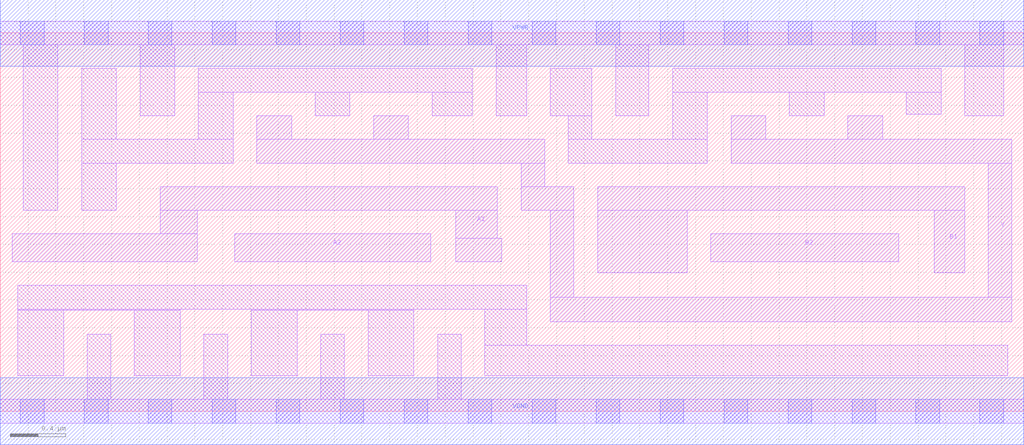
<source format=lef>
# Copyright 2020 The SkyWater PDK Authors
#
# Licensed under the Apache License, Version 2.0 (the "License");
# you may not use this file except in compliance with the License.
# You may obtain a copy of the License at
#
#     https://www.apache.org/licenses/LICENSE-2.0
#
# Unless required by applicable law or agreed to in writing, software
# distributed under the License is distributed on an "AS IS" BASIS,
# WITHOUT WARRANTIES OR CONDITIONS OF ANY KIND, either express or implied.
# See the License for the specific language governing permissions and
# limitations under the License.
#
# SPDX-License-Identifier: Apache-2.0

VERSION 5.7 ;
  NOWIREEXTENSIONATPIN ON ;
  DIVIDERCHAR "/" ;
  BUSBITCHARS "[]" ;
UNITS
  DATABASE MICRONS 200 ;
END UNITS
MACRO sky130_fd_sc_hd__o22ai_4
  CLASS CORE ;
  FOREIGN sky130_fd_sc_hd__o22ai_4 ;
  ORIGIN  0.000000  0.000000 ;
  SIZE  7.360000 BY  2.720000 ;
  SYMMETRY X Y R90 ;
  SITE unithd ;
  PIN A1
    ANTENNAGATEAREA  0.990000 ;
    DIRECTION INPUT ;
    USE SIGNAL ;
    PORT
      LAYER li1 ;
        RECT 0.085000 1.075000 1.415000 1.275000 ;
        RECT 1.150000 1.275000 1.415000 1.445000 ;
        RECT 1.150000 1.445000 3.575000 1.615000 ;
        RECT 3.275000 1.075000 3.605000 1.245000 ;
        RECT 3.275000 1.245000 3.575000 1.445000 ;
    END
  END A1
  PIN A2
    ANTENNAGATEAREA  0.990000 ;
    DIRECTION INPUT ;
    USE SIGNAL ;
    PORT
      LAYER li1 ;
        RECT 1.685000 1.075000 3.095000 1.275000 ;
    END
  END A2
  PIN B1
    ANTENNAGATEAREA  0.990000 ;
    DIRECTION INPUT ;
    USE SIGNAL ;
    PORT
      LAYER li1 ;
        RECT 4.295000 0.995000 4.940000 1.445000 ;
        RECT 4.295000 1.445000 6.935000 1.615000 ;
        RECT 6.715000 0.995000 6.935000 1.445000 ;
    END
  END B1
  PIN B2
    ANTENNAGATEAREA  0.990000 ;
    DIRECTION INPUT ;
    USE SIGNAL ;
    PORT
      LAYER li1 ;
        RECT 5.110000 1.075000 6.460000 1.275000 ;
    END
  END B2
  PIN Y
    ANTENNADIFFAREA  1.782000 ;
    DIRECTION OUTPUT ;
    USE SIGNAL ;
    PORT
      LAYER li1 ;
        RECT 1.845000 1.785000 3.915000 1.955000 ;
        RECT 1.845000 1.955000 2.095000 2.125000 ;
        RECT 2.685000 1.955000 2.935000 2.125000 ;
        RECT 3.745000 1.445000 4.125000 1.615000 ;
        RECT 3.745000 1.615000 3.915000 1.785000 ;
        RECT 3.955000 0.645000 7.275000 0.820000 ;
        RECT 3.955000 0.820000 4.125000 1.445000 ;
        RECT 5.255000 1.785000 7.275000 1.955000 ;
        RECT 5.255000 1.955000 5.505000 2.125000 ;
        RECT 6.095000 1.955000 6.345000 2.125000 ;
        RECT 7.105000 0.820000 7.275000 1.785000 ;
    END
  END Y
  PIN VGND
    DIRECTION INOUT ;
    SHAPE ABUTMENT ;
    USE GROUND ;
    PORT
      LAYER met1 ;
        RECT 0.000000 -0.240000 7.360000 0.240000 ;
    END
  END VGND
  PIN VPWR
    DIRECTION INOUT ;
    SHAPE ABUTMENT ;
    USE POWER ;
    PORT
      LAYER met1 ;
        RECT 0.000000 2.480000 7.360000 2.960000 ;
    END
  END VPWR
  OBS
    LAYER li1 ;
      RECT 0.000000 -0.085000 7.360000 0.085000 ;
      RECT 0.000000  2.635000 7.360000 2.805000 ;
      RECT 0.125000  0.255000 0.455000 0.725000 ;
      RECT 0.125000  0.725000 1.295000 0.735000 ;
      RECT 0.125000  0.735000 3.785000 0.905000 ;
      RECT 0.165000  1.445000 0.415000 2.635000 ;
      RECT 0.585000  1.445000 0.835000 1.785000 ;
      RECT 0.585000  1.785000 1.675000 1.955000 ;
      RECT 0.585000  1.955000 0.835000 2.465000 ;
      RECT 0.625000  0.085000 0.795000 0.555000 ;
      RECT 0.965000  0.255000 1.295000 0.725000 ;
      RECT 1.005000  2.125000 1.255000 2.635000 ;
      RECT 1.425000  1.955000 1.675000 2.295000 ;
      RECT 1.425000  2.295000 3.395000 2.465000 ;
      RECT 1.465000  0.085000 1.635000 0.555000 ;
      RECT 1.805000  0.255000 2.135000 0.725000 ;
      RECT 1.805000  0.725000 2.975000 0.735000 ;
      RECT 2.265000  2.125000 2.515000 2.295000 ;
      RECT 2.305000  0.085000 2.475000 0.555000 ;
      RECT 2.645000  0.255000 2.975000 0.725000 ;
      RECT 3.105000  2.125000 3.395000 2.295000 ;
      RECT 3.145000  0.085000 3.315000 0.555000 ;
      RECT 3.485000  0.255000 7.245000 0.475000 ;
      RECT 3.485000  0.475000 3.785000 0.735000 ;
      RECT 3.565000  2.125000 3.785000 2.635000 ;
      RECT 3.955000  2.125000 4.255000 2.465000 ;
      RECT 4.085000  1.785000 5.085000 1.955000 ;
      RECT 4.085000  1.955000 4.255000 2.125000 ;
      RECT 4.425000  2.125000 4.665000 2.635000 ;
      RECT 4.835000  1.955000 5.085000 2.295000 ;
      RECT 4.835000  2.295000 6.765000 2.465000 ;
      RECT 5.675000  2.125000 5.925000 2.295000 ;
      RECT 6.515000  2.135000 6.765000 2.295000 ;
      RECT 6.935000  2.125000 7.215000 2.635000 ;
    LAYER mcon ;
      RECT 0.145000 -0.085000 0.315000 0.085000 ;
      RECT 0.145000  2.635000 0.315000 2.805000 ;
      RECT 0.605000 -0.085000 0.775000 0.085000 ;
      RECT 0.605000  2.635000 0.775000 2.805000 ;
      RECT 1.065000 -0.085000 1.235000 0.085000 ;
      RECT 1.065000  2.635000 1.235000 2.805000 ;
      RECT 1.525000 -0.085000 1.695000 0.085000 ;
      RECT 1.525000  2.635000 1.695000 2.805000 ;
      RECT 1.985000 -0.085000 2.155000 0.085000 ;
      RECT 1.985000  2.635000 2.155000 2.805000 ;
      RECT 2.445000 -0.085000 2.615000 0.085000 ;
      RECT 2.445000  2.635000 2.615000 2.805000 ;
      RECT 2.905000 -0.085000 3.075000 0.085000 ;
      RECT 2.905000  2.635000 3.075000 2.805000 ;
      RECT 3.365000 -0.085000 3.535000 0.085000 ;
      RECT 3.365000  2.635000 3.535000 2.805000 ;
      RECT 3.825000 -0.085000 3.995000 0.085000 ;
      RECT 3.825000  2.635000 3.995000 2.805000 ;
      RECT 4.285000 -0.085000 4.455000 0.085000 ;
      RECT 4.285000  2.635000 4.455000 2.805000 ;
      RECT 4.745000 -0.085000 4.915000 0.085000 ;
      RECT 4.745000  2.635000 4.915000 2.805000 ;
      RECT 5.205000 -0.085000 5.375000 0.085000 ;
      RECT 5.205000  2.635000 5.375000 2.805000 ;
      RECT 5.665000 -0.085000 5.835000 0.085000 ;
      RECT 5.665000  2.635000 5.835000 2.805000 ;
      RECT 6.125000 -0.085000 6.295000 0.085000 ;
      RECT 6.125000  2.635000 6.295000 2.805000 ;
      RECT 6.585000 -0.085000 6.755000 0.085000 ;
      RECT 6.585000  2.635000 6.755000 2.805000 ;
      RECT 7.045000 -0.085000 7.215000 0.085000 ;
      RECT 7.045000  2.635000 7.215000 2.805000 ;
  END
END sky130_fd_sc_hd__o22ai_4
END LIBRARY

</source>
